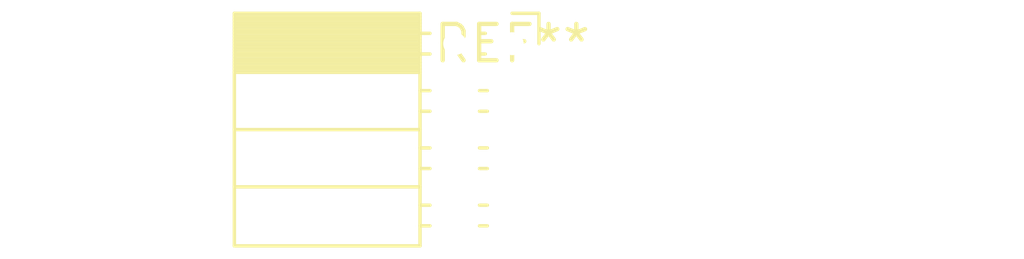
<source format=kicad_pcb>
(kicad_pcb (version 20240108) (generator pcbnew)
  (layers (0 "F.Cu" signal) (31 "B.Cu" signal) (34 "B.Paste" user) (35 "F.Paste" user) (36 "B.SilkS" user "B.Silkscreen") (37 "F.SilkS" user "F.Silkscreen") (38 "B.Mask" user) (39 "F.Mask" user) (44 "Edge.Cuts" user))
  (net 0 "")
  (footprint "PinSocket_2x04_P2.00mm_Horizontal" (layer "F.Cu") (at 0 0)
    (property "Reference" "REF**")
    (property "Value" "PinSocket_2x04_P2.00mm_Horizontal")
    (fp_line (start -9.68 -1.06) (end -9.68 7.06) (layer "F.SilkS") (stroke (width 0.12)))
    (fp_line (start -9.68 -1.06) (end -3.21 -1.06) (layer "F.SilkS") (stroke (width 0.12)))
    (fp_line (start -9.68 -0.94) (end -3.21 -0.94) (layer "F.SilkS") (stroke (width 0.12)))
    (fp_line (start -9.68 -0.825882) (end -3.21 -0.825882) (layer "F.SilkS") (stroke (width 0.12)))
    (fp_line (start -9.68 -0.711764) (end -3.21 -0.711764) (layer "F.SilkS") (stroke (width 0.12)))
    (fp_line (start -9.68 -0.597646) (end -3.21 -0.597646) (layer "F.SilkS") (stroke (width 0.12)))
    (fp_line (start -9.68 -0.483528) (end -3.21 -0.483528) (layer "F.SilkS") (stroke (width 0.12)))
    (fp_line (start -9.68 -0.36941) (end -3.21 -0.36941) (layer "F.SilkS") (stroke (width 0.12)))
    (fp_line (start -9.68 -0.255292) (end -3.21 -0.255292) (layer "F.SilkS") (stroke (width 0.12)))
    (fp_line (start -9.68 -0.141174) (end -3.21 -0.141174) (layer "F.SilkS") (stroke (width 0.12)))
    (fp_line (start -9.68 -0.027056) (end -3.21 -0.027056) (layer "F.SilkS") (stroke (width 0.12)))
    (fp_line (start -9.68 0.087062) (end -3.21 0.087062) (layer "F.SilkS") (stroke (width 0.12)))
    (fp_line (start -9.68 0.20118) (end -3.21 0.20118) (layer "F.SilkS") (stroke (width 0.12)))
    (fp_line (start -9.68 0.315298) (end -3.21 0.315298) (layer "F.SilkS") (stroke (width 0.12)))
    (fp_line (start -9.68 0.429416) (end -3.21 0.429416) (layer "F.SilkS") (stroke (width 0.12)))
    (fp_line (start -9.68 0.543534) (end -3.21 0.543534) (layer "F.SilkS") (stroke (width 0.12)))
    (fp_line (start -9.68 0.657652) (end -3.21 0.657652) (layer "F.SilkS") (stroke (width 0.12)))
    (fp_line (start -9.68 0.77177) (end -3.21 0.77177) (layer "F.SilkS") (stroke (width 0.12)))
    (fp_line (start -9.68 0.885888) (end -3.21 0.885888) (layer "F.SilkS") (stroke (width 0.12)))
    (fp_line (start -9.68 1) (end -3.21 1) (layer "F.SilkS") (stroke (width 0.12)))
    (fp_line (start -9.68 3) (end -3.21 3) (layer "F.SilkS") (stroke (width 0.12)))
    (fp_line (start -9.68 5) (end -3.21 5) (layer "F.SilkS") (stroke (width 0.12)))
    (fp_line (start -9.68 7.06) (end -3.21 7.06) (layer "F.SilkS") (stroke (width 0.12)))
    (fp_line (start -3.21 -1.06) (end -3.21 7.06) (layer "F.SilkS") (stroke (width 0.12)))
    (fp_line (start -3.21 -0.36) (end -2.862917 -0.36) (layer "F.SilkS") (stroke (width 0.12)))
    (fp_line (start -3.21 0.36) (end -2.862917 0.36) (layer "F.SilkS") (stroke (width 0.12)))
    (fp_line (start -3.21 1.64) (end -2.862917 1.64) (layer "F.SilkS") (stroke (width 0.12)))
    (fp_line (start -3.21 2.36) (end -2.862917 2.36) (layer "F.SilkS") (stroke (width 0.12)))
    (fp_line (start -3.21 3.64) (end -2.862917 3.64) (layer "F.SilkS") (stroke (width 0.12)))
    (fp_line (start -3.21 4.36) (end -2.862917 4.36) (layer "F.SilkS") (stroke (width 0.12)))
    (fp_line (start -3.21 5.64) (end -2.862917 5.64) (layer "F.SilkS") (stroke (width 0.12)))
    (fp_line (start -3.21 6.36) (end -2.862917 6.36) (layer "F.SilkS") (stroke (width 0.12)))
    (fp_line (start -1.137083 -0.36) (end -0.935 -0.36) (layer "F.SilkS") (stroke (width 0.12)))
    (fp_line (start -1.137083 0.36) (end -0.935 0.36) (layer "F.SilkS") (stroke (width 0.12)))
    (fp_line (start -1.137083 1.64) (end -0.862917 1.64) (layer "F.SilkS") (stroke (width 0.12)))
    (fp_line (start -1.137083 2.36) (end -0.862917 2.36) (layer "F.SilkS") (stroke (width 0.12)))
    (fp_line (start -1.137083 3.64) (end -0.862917 3.64) (layer "F.SilkS") (stroke (width 0.12)))
    (fp_line (start -1.137083 4.36) (end -0.862917 4.36) (layer "F.SilkS") (stroke (width 0.12)))
    (fp_line (start -1.137083 5.64) (end -0.862917 5.64) (layer "F.SilkS") (stroke (width 0.12)))
    (fp_line (start -1.137083 6.36) (end -0.862917 6.36) (layer "F.SilkS") (stroke (width 0.12)))
    (fp_line (start 0 -1.06) (end 0.935 -1.06) (layer "F.SilkS") (stroke (width 0.12)))
    (fp_line (start 0.935 -1.06) (end 0.935 0) (layer "F.SilkS") (stroke (width 0.12)))
    (pad "1" thru_hole rect (at 0 0) (size 1.35 1.35) (drill 0.8) (layers *.Cu *.Mask) (remove_unused_layers))
    (pad "2" thru_hole oval (at -2 0) (size 1.35 1.35) (drill 0.8) (layers *.Cu *.Mask) (remove_unused_layers))
    (pad "3" thru_hole oval (at 0 2) (size 1.35 1.35) (drill 0.8) (layers *.Cu *.Mask) (remove_unused_layers))
    (pad "4" thru_hole oval (at -2 2) (size 1.35 1.35) (drill 0.8) (layers *.Cu *.Mask) (remove_unused_layers))
    (pad "5" thru_hole oval (at 0 4) (size 1.35 1.35) (drill 0.8) (layers *.Cu *.Mask) (remove_unused_layers))
    (pad "6" thru_hole oval (at -2 4) (size 1.35 1.35) (drill 0.8) (layers *.Cu *.Mask) (remove_unused_layers))
    (pad "7" thru_hole oval (at 0 6) (size 1.35 1.35) (drill 0.8) (layers *.Cu *.Mask) (remove_unused_layers))
    (pad "8" thru_hole oval (at -2 6) (size 1.35 1.35) (drill 0.8) (layers *.Cu *.Mask) (remove_unused_layers))
  )
)
</source>
